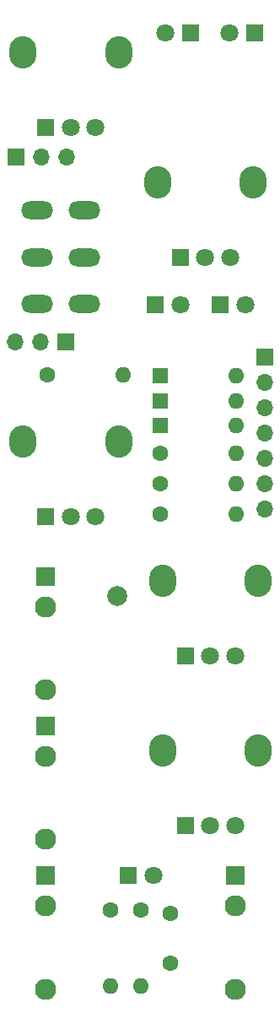
<source format=gbr>
%TF.GenerationSoftware,KiCad,Pcbnew,5.1.9+dfsg1-1~bpo10+1*%
%TF.CreationDate,2022-03-11T22:19:31+08:00*%
%TF.ProjectId,MiniVCF  v1.1 -  Control,4d696e69-5643-4462-9020-76312e31202d,rev?*%
%TF.SameCoordinates,Original*%
%TF.FileFunction,Soldermask,Bot*%
%TF.FilePolarity,Negative*%
%FSLAX46Y46*%
G04 Gerber Fmt 4.6, Leading zero omitted, Abs format (unit mm)*
G04 Created by KiCad (PCBNEW 5.1.9+dfsg1-1~bpo10+1) date 2022-03-11 22:19:31*
%MOMM*%
%LPD*%
G01*
G04 APERTURE LIST*
%ADD10R,1.800000X1.800000*%
%ADD11C,1.800000*%
%ADD12C,2.000000*%
%ADD13O,2.720000X3.240000*%
%ADD14C,1.600000*%
%ADD15O,1.600000X1.600000*%
%ADD16R,1.600000X1.600000*%
%ADD17C,2.130000*%
%ADD18R,1.930000X1.830000*%
%ADD19R,1.700000X1.700000*%
%ADD20O,1.700000X1.700000*%
%ADD21O,3.200000X1.800000*%
G04 APERTURE END LIST*
D10*
%TO.C,D13*%
X95000000Y-83750000D03*
D11*
X97540000Y-83750000D03*
%TD*%
%TO.C,D12*%
X91040000Y-83750000D03*
D10*
X88500000Y-83750000D03*
%TD*%
D12*
%TO.C,REF\u002A\u002A*%
X84709000Y-112980000D03*
%TD*%
D10*
%TO.C,POST_LPF1*%
X77500000Y-105000000D03*
D11*
X82500000Y-105000000D03*
X80000000Y-105000000D03*
D13*
X84800000Y-97500000D03*
X75200000Y-97500000D03*
%TD*%
D14*
%TO.C,C14*%
X90000000Y-144800000D03*
X90000000Y-149800000D03*
%TD*%
D15*
%TO.C,D7*%
X96620000Y-95900000D03*
D16*
X89000000Y-95900000D03*
%TD*%
%TO.C,D8*%
X89000000Y-93400000D03*
D15*
X96620000Y-93400000D03*
%TD*%
%TO.C,D9*%
X96620000Y-90900000D03*
D16*
X89000000Y-90900000D03*
%TD*%
D15*
%TO.C,R13*%
X85220000Y-90800000D03*
D14*
X77600000Y-90800000D03*
%TD*%
%TO.C,R14*%
X89000000Y-98700000D03*
D15*
X96620000Y-98700000D03*
%TD*%
%TO.C,R15*%
X96620000Y-104800000D03*
D14*
X89000000Y-104800000D03*
%TD*%
D15*
%TO.C,R20*%
X87000000Y-152120000D03*
D14*
X87000000Y-144500000D03*
%TD*%
D15*
%TO.C,R22*%
X96620000Y-101700000D03*
D14*
X89000000Y-101700000D03*
%TD*%
D15*
%TO.C,R23*%
X84000000Y-152120000D03*
D14*
X84000000Y-144500000D03*
%TD*%
D10*
%TO.C,CUTOFF1*%
X77500000Y-66000000D03*
D11*
X82500000Y-66000000D03*
X80000000Y-66000000D03*
D13*
X84800000Y-58500000D03*
X75200000Y-58500000D03*
%TD*%
%TO.C,CV_AMT1*%
X89200000Y-111500000D03*
X98800000Y-111500000D03*
D11*
X94000000Y-119000000D03*
X96500000Y-119000000D03*
D10*
X91500000Y-119000000D03*
%TD*%
%TO.C,CV_AMT2*%
X91500000Y-136000000D03*
D11*
X96500000Y-136000000D03*
X94000000Y-136000000D03*
D13*
X98800000Y-128500000D03*
X89200000Y-128500000D03*
%TD*%
D11*
%TO.C,D14*%
X89460000Y-56500000D03*
D10*
X92000000Y-56500000D03*
%TD*%
%TO.C,D15*%
X98500000Y-56500000D03*
D11*
X95960000Y-56500000D03*
%TD*%
D10*
%TO.C,D16*%
X85750000Y-141000000D03*
D11*
X88290000Y-141000000D03*
%TD*%
D17*
%TO.C,J3*%
X77500000Y-152400000D03*
X77500000Y-144100000D03*
D18*
X77500000Y-141000000D03*
%TD*%
D17*
%TO.C,J4*%
X77500000Y-122400000D03*
X77500000Y-114100000D03*
D18*
X77500000Y-111000000D03*
%TD*%
%TO.C,J5*%
X96500000Y-141000000D03*
D17*
X96500000Y-144100000D03*
X96500000Y-152400000D03*
%TD*%
D19*
%TO.C,J6*%
X74500000Y-69000000D03*
D20*
X77040000Y-69000000D03*
X79580000Y-69000000D03*
%TD*%
D19*
%TO.C,J9*%
X99500000Y-89000000D03*
D20*
X99500000Y-91540000D03*
X99500000Y-94080000D03*
X99500000Y-96620000D03*
X99500000Y-99160000D03*
X99500000Y-101700000D03*
X99500000Y-104240000D03*
%TD*%
D18*
%TO.C,J10*%
X77500000Y-126000000D03*
D17*
X77500000Y-129100000D03*
X77500000Y-137400000D03*
%TD*%
D20*
%TO.C,J11*%
X74420000Y-87500000D03*
X76960000Y-87500000D03*
D19*
X79500000Y-87500000D03*
%TD*%
D13*
%TO.C,RESO2*%
X88700000Y-71500000D03*
X98300000Y-71500000D03*
D11*
X93500000Y-79000000D03*
X96000000Y-79000000D03*
D10*
X91000000Y-79000000D03*
%TD*%
D21*
%TO.C,LP_BP_SWITCH1*%
X81400000Y-79000000D03*
X81400000Y-83700000D03*
X81400000Y-74300000D03*
X76600000Y-79000000D03*
X76600000Y-83700000D03*
X76600000Y-74300000D03*
%TD*%
M02*

</source>
